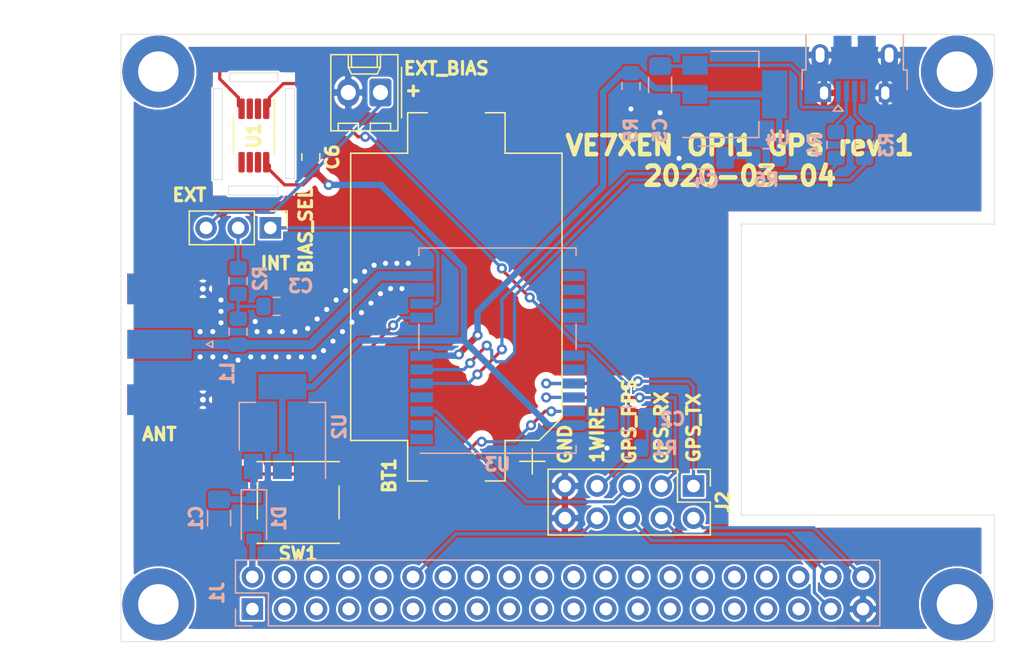
<source format=kicad_pcb>
(kicad_pcb (version 20171130) (host pcbnew 5.1.5)
  (title_block (title "VE7XEN orangepi-neo-gps") (date 2020-03-05) (rev 1))
  (layers (0 F.Cu signal) (31 B.Cu signal) (34 B.Paste user) (35 F.Paste user) (36 B.SilkS user) (37 F.SilkS user) (38 B.Mask user) (39 F.Mask user) (44 Edge.Cuts user))
  (net 0 "")
  (net 1 GND)
  (net 2 "Net-(BT1-Pad1)")
  (net 3 "Net-(C1-Pad1)")
  (net 4 "Net-(C3-Pad1)")
  (net 5 "Net-(C4-Pad1)")
  (net 6 "Net-(C5-Pad1)")
  (net 7 +5V)
  (net 8 "Net-(J1-Pad12)")
  (net 9 "Net-(J1-Pad37)")
  (net 10 "Net-(J1-Pad38)")
  (net 11 "Net-(J1-Pad40)")
  (net 12 /GPS_TX)
  (net 13 /GPS_RX)
  (net 14 /GPS_PPS)
  (net 15 /1WIRE)
  (net 16 "Net-(J3-Pad1)")
  (net 17 "Net-(J3-Pad2)")
  (net 18 "Net-(J3-Pad3)")
  (net 19 "Net-(J5-Pad2)")
  (net 20 "Net-(J5-Pad3)")
  (net 21 "Net-(J6-Pad1)")
  (net 22 +3V3)
  (net 23 "Net-(R3-Pad2)")
  (net 24 "Net-(R4-Pad2)")
  (net 25 "Net-(R5-Pad1)")
  (net 26 "Net-(SW1-Pad2)")
  (net 27 "Net-(C2-Pad2)")
  (module Battery:BatteryHolder_Keystone_1060_1x2032 (layer F.Cu) (at 51.5 45.75 90)
    (fp_text reference BT1 (at -14.125 -5.3 270) (layer F.SilkS) (effects (font (thickness 0.25))))
    (fp_text value Battery_Cell)
    (pad 2 smd rect (at 14.65 0 270) (size 2.6 3.6) (layers F.Cu F.Paste F.Mask) (net 1 GND))
    (pad 1 smd rect (at -14.65 0 270) (size 2.6 3.6) (layers F.Cu F.Paste F.Mask) (net 2 "Net-(BT1-Pad1)"))
  )
  (module Capacitor_SMD:C_1206_3216Metric_Pad1.42x1.75mm_HandSolder (layer B.Cu) (at 32.75 63.25 270)
    (fp_text reference C1 (at 0 1.82 90) (layer B.SilkS) (effects (font (thickness 0.25)) (justify mirror)))
    (fp_text value 10u)
    (pad 1 smd roundrect (at -1.4875 0 270) (size 1.425 1.75) (layers B.Cu B.Paste B.Mask) (roundrect_rratio 0.175439) (net 3 "Net-(C1-Pad1)"))
    (pad 2 smd roundrect (at 1.4875 0 270) (size 1.425 1.75) (layers B.Cu B.Paste B.Mask) (roundrect_rratio 0.175439) (net 1 GND))
  )
  (module Capacitor_SMD:C_1206_3216Metric_Pad1.42x1.75mm_HandSolder (layer B.Cu) (at 65.1 55.4)
    (fp_text reference C2 (at 3.5 0) (layer B.SilkS) (effects (font (thickness 0.25)) (justify mirror)))
    (fp_text value 10u)
    (pad 2 smd roundrect (at 1.4875 0) (size 1.425 1.75) (layers B.Cu B.Paste B.Mask) (roundrect_rratio 0.175439) (net 27 "Net-(C2-Pad2)"))
    (pad 1 smd roundrect (at -1.4875 0) (size 1.425 1.75) (layers B.Cu B.Paste B.Mask) (roundrect_rratio 0.175439) (net 22 +3V3))
  )
  (module Capacitor_SMD:C_0805_2012Metric_Pad1.15x1.40mm_HandSolder (layer B.Cu) (at 37.3 46.5)
    (fp_text reference C3 (at 1.9 -1.6) (layer B.SilkS) (effects (font (thickness 0.25)) (justify mirror)))
    (fp_text value 10n)
    (pad 1 smd roundrect (at -1.025 0) (size 1.15 1.4) (layers B.Cu B.Paste B.Mask) (roundrect_rratio 0.217391) (net 4 "Net-(C3-Pad1)"))
    (pad 2 smd roundrect (at 1.025 0) (size 1.15 1.4) (layers B.Cu B.Paste B.Mask) (roundrect_rratio 0.217391) (net 1 GND))
  )
  (module Capacitor_SMD:C_1206_3216Metric_Pad1.42x1.75mm_HandSolder (layer B.Cu) (at 71.25 34.75 180)
    (fp_text reference C4 (at 0 -1.85) (layer B.SilkS) (effects (font (thickness 0.25)) (justify mirror)))
    (fp_text value 10u)
    (pad 1 smd roundrect (at -1.4875 0 180) (size 1.425 1.75) (layers B.Cu B.Paste B.Mask) (roundrect_rratio 0.175439) (net 5 "Net-(C4-Pad1)"))
    (pad 2 smd roundrect (at 1.4875 0 180) (size 1.425 1.75) (layers B.Cu B.Paste B.Mask) (roundrect_rratio 0.175439) (net 1 GND))
  )
  (module Capacitor_SMD:C_1206_3216Metric_Pad1.42x1.75mm_HandSolder (layer B.Cu) (at 67.6 29 270)
    (fp_text reference C5 (at 3.6 0 90) (layer B.SilkS) (effects (font (thickness 0.25)) (justify mirror)))
    (fp_text value 10u)
    (pad 2 smd roundrect (at 1.4875 0 270) (size 1.425 1.75) (layers B.Cu B.Paste B.Mask) (roundrect_rratio 0.175439) (net 1 GND))
    (pad 1 smd roundrect (at -1.4875 0 270) (size 1.425 1.75) (layers B.Cu B.Paste B.Mask) (roundrect_rratio 0.175439) (net 6 "Net-(C5-Pad1)"))
  )
  (module Diode_SMD:D_SOD-123 (layer B.Cu) (at 35.5 63.25 270)
    (fp_text reference D1 (at 0 -2 90) (layer B.SilkS) (effects (font (thickness 0.25)) (justify mirror)))
    (fp_text value 1N4148W)
    (pad 1 smd rect (at -1.65 0 270) (size 0.9 1.2) (layers B.Cu B.Paste B.Mask) (net 3 "Net-(C1-Pad1)"))
    (pad 2 smd rect (at 1.65 0 270) (size 0.9 1.2) (layers B.Cu B.Paste B.Mask) (net 7 +5V))
  )
  (module MountingHole:MountingHole_3.2mm_M3_ISO7380_Pad (layer F.Cu) (at 27.95 27.95)
    (fp_text reference H1 hide)
    (fp_text value MountingHole)
    (pad 1 thru_hole circle (at 0 0) (size 5.7 5.7) (drill 3.2) (layers *.Cu *.Mask))
  )
  (module MountingHole:MountingHole_3.2mm_M3_ISO7380_Pad (layer F.Cu) (at 27.95 70.05)
    (fp_text reference H2 hide)
    (fp_text value MountingHole)
    (pad 1 thru_hole circle (at 0 0) (size 5.7 5.7) (drill 3.2) (layers *.Cu *.Mask))
  )
  (module MountingHole:MountingHole_3.2mm_M3_ISO7380_Pad (layer F.Cu) (at 91.062 27.95)
    (fp_text reference H3 hide)
    (fp_text value MountingHole)
    (pad 1 thru_hole circle (at 0 0) (size 5.7 5.7) (drill 3.2) (layers *.Cu *.Mask))
  )
  (module MountingHole:MountingHole_3.2mm_M3_ISO7380_Pad (layer F.Cu) (at 91.062 70.05)
    (fp_text reference H4 hide)
    (fp_text value MountingHole)
    (pad 1 thru_hole circle (at 0 0) (size 5.7 5.7) (drill 3.2) (layers *.Cu *.Mask))
  )
  (module Connector_PinSocket_2.54mm:PinSocket_2x20_P2.54mm_Vertical (layer B.Cu) (at 35.375 70.422 270)
    (fp_text reference J1 (at -1.27 2.77 90) (layer B.SilkS) (effects (font (thickness 0.25)) (justify mirror)))
    (fp_text value OPI)
    (pad 1 thru_hole rect (at 0 0 270) (size 1.7 1.7) (drill 1) (layers *.Cu *.Mask))
    (pad 2 thru_hole oval (at -2.54 0 270) (size 1.7 1.7) (drill 1) (layers *.Cu *.Mask) (net 7 +5V))
    (pad 3 thru_hole oval (at 0 -2.54 270) (size 1.7 1.7) (drill 1) (layers *.Cu *.Mask))
    (pad 4 thru_hole oval (at -2.54 -2.54 270) (size 1.7 1.7) (drill 1) (layers *.Cu *.Mask))
    (pad 5 thru_hole oval (at 0 -5.08 270) (size 1.7 1.7) (drill 1) (layers *.Cu *.Mask))
    (pad 6 thru_hole oval (at -2.54 -5.08 270) (size 1.7 1.7) (drill 1) (layers *.Cu *.Mask))
    (pad 7 thru_hole oval (at 0 -7.62 270) (size 1.7 1.7) (drill 1) (layers *.Cu *.Mask))
    (pad 8 thru_hole oval (at -2.54 -7.62 270) (size 1.7 1.7) (drill 1) (layers *.Cu *.Mask))
    (pad 9 thru_hole oval (at 0 -10.16 270) (size 1.7 1.7) (drill 1) (layers *.Cu *.Mask))
    (pad 10 thru_hole oval (at -2.54 -10.16 270) (size 1.7 1.7) (drill 1) (layers *.Cu *.Mask))
    (pad 11 thru_hole oval (at 0 -12.7 270) (size 1.7 1.7) (drill 1) (layers *.Cu *.Mask))
    (pad 12 thru_hole oval (at -2.54 -12.7 270) (size 1.7 1.7) (drill 1) (layers *.Cu *.Mask) (net 8 "Net-(J1-Pad12)"))
    (pad 13 thru_hole oval (at 0 -15.24 270) (size 1.7 1.7) (drill 1) (layers *.Cu *.Mask))
    (pad 14 thru_hole oval (at -2.54 -15.24 270) (size 1.7 1.7) (drill 1) (layers *.Cu *.Mask))
    (pad 15 thru_hole oval (at 0 -17.78 270) (size 1.7 1.7) (drill 1) (layers *.Cu *.Mask))
    (pad 16 thru_hole oval (at -2.54 -17.78 270) (size 1.7 1.7) (drill 1) (layers *.Cu *.Mask))
    (pad 17 thru_hole oval (at 0 -20.32 270) (size 1.7 1.7) (drill 1) (layers *.Cu *.Mask))
    (pad 18 thru_hole oval (at -2.54 -20.32 270) (size 1.7 1.7) (drill 1) (layers *.Cu *.Mask))
    (pad 19 thru_hole oval (at 0 -22.86 270) (size 1.7 1.7) (drill 1) (layers *.Cu *.Mask))
    (pad 20 thru_hole oval (at -2.54 -22.86 270) (size 1.7 1.7) (drill 1) (layers *.Cu *.Mask))
    (pad 21 thru_hole oval (at 0 -25.4 270) (size 1.7 1.7) (drill 1) (layers *.Cu *.Mask))
    (pad 22 thru_hole oval (at -2.54 -25.4 270) (size 1.7 1.7) (drill 1) (layers *.Cu *.Mask))
    (pad 23 thru_hole oval (at 0 -27.94 270) (size 1.7 1.7) (drill 1) (layers *.Cu *.Mask))
    (pad 24 thru_hole oval (at -2.54 -27.94 270) (size 1.7 1.7) (drill 1) (layers *.Cu *.Mask))
    (pad 25 thru_hole oval (at 0 -30.48 270) (size 1.7 1.7) (drill 1) (layers *.Cu *.Mask))
    (pad 26 thru_hole oval (at -2.54 -30.48 270) (size 1.7 1.7) (drill 1) (layers *.Cu *.Mask))
    (pad 27 thru_hole oval (at 0 -33.02 270) (size 1.7 1.7) (drill 1) (layers *.Cu *.Mask))
    (pad 28 thru_hole oval (at -2.54 -33.02 270) (size 1.7 1.7) (drill 1) (layers *.Cu *.Mask))
    (pad 29 thru_hole oval (at 0 -35.56 270) (size 1.7 1.7) (drill 1) (layers *.Cu *.Mask))
    (pad 30 thru_hole oval (at -2.54 -35.56 270) (size 1.7 1.7) (drill 1) (layers *.Cu *.Mask))
    (pad 31 thru_hole oval (at 0 -38.1 270) (size 1.7 1.7) (drill 1) (layers *.Cu *.Mask))
    (pad 32 thru_hole oval (at -2.54 -38.1 270) (size 1.7 1.7) (drill 1) (layers *.Cu *.Mask))
    (pad 33 thru_hole oval (at 0 -40.64 270) (size 1.7 1.7) (drill 1) (layers *.Cu *.Mask))
    (pad 34 thru_hole oval (at -2.54 -40.64 270) (size 1.7 1.7) (drill 1) (layers *.Cu *.Mask))
    (pad 35 thru_hole oval (at 0 -43.18 270) (size 1.7 1.7) (drill 1) (layers *.Cu *.Mask))
    (pad 36 thru_hole oval (at -2.54 -43.18 270) (size 1.7 1.7) (drill 1) (layers *.Cu *.Mask))
    (pad 37 thru_hole oval (at 0 -45.72 270) (size 1.7 1.7) (drill 1) (layers *.Cu *.Mask) (net 9 "Net-(J1-Pad37)"))
    (pad 38 thru_hole oval (at -2.54 -45.72 270) (size 1.7 1.7) (drill 1) (layers *.Cu *.Mask) (net 10 "Net-(J1-Pad38)"))
    (pad 39 thru_hole oval (at 0 -48.26 270) (size 1.7 1.7) (drill 1) (layers *.Cu *.Mask) (net 1 GND))
    (pad 40 thru_hole oval (at -2.54 -48.26 270) (size 1.7 1.7) (drill 1) (layers *.Cu *.Mask) (net 11 "Net-(J1-Pad40)"))
  )
  (module Connector_USB:USB_Micro-B_Amphenol_10103594-0001LF_Horizontal (layer B.Cu) (at 83 27.75)
    (fp_text reference J5 hide)
    (fp_text value USB_B_Micro)
    (pad 6 smd rect (at 2.725 -0.185) (size 1.35 2) (layers B.Cu B.Paste B.Mask) (net 1 GND))
    (pad 6 smd rect (at -2.755 -0.185) (size 1.35 2) (layers B.Cu B.Paste B.Mask) (net 1 GND))
    (pad 6 smd rect (at -2.975 0.565) (size 1.825 0.7) (layers B.Cu B.Paste B.Mask) (net 1 GND))
    (pad 6 smd rect (at 2.975 0.565) (size 1.825 0.7) (layers B.Cu B.Paste B.Mask) (net 1 GND))
    (pad 6 smd rect (at -2.875 1.865) (size 2 1.5) (layers B.Cu B.Paste B.Mask) (net 1 GND))
    (pad 6 smd rect (at 2.875 1.885) (size 2 1.5) (layers B.Cu B.Paste B.Mask) (net 1 GND))
    (pad 1 smd rect (at -1.325 1.765 270) (size 1.65 0.4) (layers B.Cu B.Paste B.Mask) (net 6 "Net-(C5-Pad1)"))
    (pad 2 smd rect (at -0.675 1.765 270) (size 1.65 0.4) (layers B.Cu B.Paste B.Mask) (net 19 "Net-(J5-Pad2)"))
    (pad 3 smd rect (at -0.025 1.765 270) (size 1.65 0.4) (layers B.Cu B.Paste B.Mask) (net 20 "Net-(J5-Pad3)"))
    (pad 4 smd rect (at 0.625 1.765 270) (size 1.65 0.4) (layers B.Cu B.Paste B.Mask))
    (pad 5 smd rect (at 1.275 1.765 270) (size 1.65 0.4) (layers B.Cu B.Paste B.Mask) (net 1 GND))
    (pad 6 thru_hole oval (at -2.445 1.885 270) (size 1.5 1.1) (drill oval 1.05 0.65) (layers *.Cu *.Mask) (net 1 GND))
    (pad 6 thru_hole oval (at 2.395 1.885 270) (size 1.5 1.1) (drill oval 1.05 0.65) (layers *.Cu *.Mask) (net 1 GND))
    (pad 6 thru_hole oval (at -2.755 -1.115 270) (size 1.7 1.35) (drill oval 1.2 0.7) (layers *.Cu *.Mask) (net 1 GND))
    (pad 6 thru_hole oval (at 2.705 -1.115 270) (size 1.7 1.35) (drill oval 1.2 0.7) (layers *.Cu *.Mask) (net 1 GND))
    (pad 6 smd rect (at -0.985 -1.385 270) (size 2.5 1.43) (layers B.Cu B.Paste B.Mask) (net 1 GND))
    (pad 6 smd rect (at 0.935 -1.385 270) (size 2.5 1.43) (layers B.Cu B.Paste B.Mask) (net 1 GND))
  )
  (module Connector_Coaxial:SMA_Molex_73251-1153_EdgeMount_Horizontal (layer B.Cu) (at 29.75 49.5)
    (fp_text reference J6 hide)
    (fp_text value ANT (at -1.72 7.11) (layer F.SilkS) (effects (font (thickness 0.25))))
    (pad 1 smd rect (at -1.72 0) (size 5.08 2.29) (layers B.Cu B.Paste B.Mask) (net 21 "Net-(J6-Pad1)"))
    (pad 2 smd rect (at -1.72 4.38) (size 5.08 2.42) (layers B.Cu B.Paste B.Mask) (net 1 GND))
    (pad 2 smd rect (at -1.72 -4.38) (size 5.08 2.42) (layers B.Cu B.Paste B.Mask) (net 1 GND))
    (pad 2 smd rect (at -1.72 4.38) (size 5.08 2.42) (layers F.Cu F.Paste F.Mask) (net 1 GND))
    (pad 2 smd rect (at -1.72 -4.38) (size 5.08 2.42) (layers F.Cu F.Paste F.Mask) (net 1 GND))
    (pad 2 thru_hole circle (at 1.72 4.38) (size 0.97 0.97) (drill 0.46) (layers *.Cu) (net 1 GND))
    (pad 2 thru_hole circle (at 1.72 -4.38) (size 0.97 0.97) (drill 0.46) (layers *.Cu) (net 1 GND))
    (pad 2 smd rect (at 1.27 4.38) (size 0.95 0.46) (layers B.Cu) (net 1 GND))
    (pad 2 smd rect (at 1.27 -4.38) (size 0.95 0.46) (layers B.Cu) (net 1 GND))
    (pad 2 smd rect (at 1.27 4.38) (size 0.95 0.46) (layers F.Cu) (net 1 GND))
    (pad 2 smd rect (at 1.27 -4.38) (size 0.95 0.46) (layers F.Cu) (net 1 GND))
  )
  (module Inductor_SMD:L_0805_2012Metric_Pad1.15x1.40mm_HandSolder (layer B.Cu) (at 34.25 48.5 270)
    (fp_text reference L1 (at 3.3 0.85 90) (layer B.SilkS) (effects (font (thickness 0.25)) (justify mirror)))
    (fp_text value 27n)
    (pad 1 smd roundrect (at -1.025 0 270) (size 1.15 1.4) (layers B.Cu B.Paste B.Mask) (roundrect_rratio 0.217391) (net 4 "Net-(C3-Pad1)"))
    (pad 2 smd roundrect (at 1.025 0 270) (size 1.15 1.4) (layers B.Cu B.Paste B.Mask) (roundrect_rratio 0.217391) (net 21 "Net-(J6-Pad1)"))
  )
  (module Resistor_SMD:R_0805_2012Metric_Pad1.15x1.40mm_HandSolder (layer B.Cu) (at 65.1 57.7 180)
    (fp_text reference R1 (at -2.9 0 180) (layer B.SilkS) (effects (font (thickness 0.25)) (justify mirror)))
    (fp_text value 1)
    (pad 2 smd roundrect (at 1.025 0 180) (size 1.15 1.4) (layers B.Cu B.Paste B.Mask) (roundrect_rratio 0.217391) (net 1 GND))
    (pad 1 smd roundrect (at -1.025 0 180) (size 1.15 1.4) (layers B.Cu B.Paste B.Mask) (roundrect_rratio 0.217391) (net 27 "Net-(C2-Pad2)"))
  )
  (module Resistor_SMD:R_0805_2012Metric_Pad1.15x1.40mm_HandSolder (layer B.Cu) (at 34.25 44.5 270)
    (fp_text reference R2 (at -0.2 -1.75 90) (layer B.SilkS) (effects (font (thickness 0.25)) (justify mirror)))
    (fp_text value 10)
    (pad 1 smd roundrect (at -1.025 0 270) (size 1.15 1.4) (layers B.Cu B.Paste B.Mask) (roundrect_rratio 0.217391) (net 17 "Net-(J3-Pad2)"))
    (pad 2 smd roundrect (at 1.025 0 270) (size 1.15 1.4) (layers B.Cu B.Paste B.Mask) (roundrect_rratio 0.217391) (net 4 "Net-(C3-Pad1)"))
  )
  (module Resistor_SMD:R_0805_2012Metric_Pad1.15x1.40mm_HandSolder (layer B.Cu) (at 83.75 33.75 270)
    (fp_text reference R3 (at 0 -1.75 90) (layer B.SilkS) (effects (font (thickness 0.25)) (justify mirror)))
    (fp_text value 27)
    (pad 1 smd roundrect (at -1.025 0 270) (size 1.15 1.4) (layers B.Cu B.Paste B.Mask) (roundrect_rratio 0.217391) (net 20 "Net-(J5-Pad3)"))
    (pad 2 smd roundrect (at 1.025 0 270) (size 1.15 1.4) (layers B.Cu B.Paste B.Mask) (roundrect_rratio 0.217391) (net 23 "Net-(R3-Pad2)"))
  )
  (module Resistor_SMD:R_0805_2012Metric_Pad1.15x1.40mm_HandSolder (layer B.Cu) (at 81.5 33.75 270)
    (fp_text reference R4 (at 0 1.65 90) (layer B.SilkS) (effects (font (thickness 0.25)) (justify mirror)))
    (fp_text value 27)
    (pad 2 smd roundrect (at 1.025 0 270) (size 1.15 1.4) (layers B.Cu B.Paste B.Mask) (roundrect_rratio 0.217391) (net 24 "Net-(R4-Pad2)"))
    (pad 1 smd roundrect (at -1.025 0 270) (size 1.15 1.4) (layers B.Cu B.Paste B.Mask) (roundrect_rratio 0.217391) (net 19 "Net-(J5-Pad2)"))
  )
  (module Resistor_SMD:R_0805_2012Metric_Pad1.15x1.40mm_HandSolder (layer B.Cu) (at 65.3 29.1 270)
    (fp_text reference R5 (at 3.5 0 90) (layer B.SilkS) (effects (font (thickness 0.25)) (justify mirror)))
    (fp_text value 100k)
    (pad 2 smd roundrect (at 1.025 0 270) (size 1.15 1.4) (layers B.Cu B.Paste B.Mask) (roundrect_rratio 0.217391) (net 1 GND))
    (pad 1 smd roundrect (at -1.025 0 270) (size 1.15 1.4) (layers B.Cu B.Paste B.Mask) (roundrect_rratio 0.217391) (net 25 "Net-(R5-Pad1)"))
  )
  (module Resistor_SMD:R_0805_2012Metric_Pad1.15x1.40mm_HandSolder (layer B.Cu) (at 76 34.75 180)
    (fp_text reference R6 (at 0 -1.75) (layer B.SilkS) (effects (font (thickness 0.25)) (justify mirror)))
    (fp_text value 1)
    (pad 1 smd roundrect (at -1.025 0 180) (size 1.15 1.4) (layers B.Cu B.Paste B.Mask) (roundrect_rratio 0.217391) (net 25 "Net-(R5-Pad1)"))
    (pad 2 smd roundrect (at 1.025 0 180) (size 1.15 1.4) (layers B.Cu B.Paste B.Mask) (roundrect_rratio 0.217391) (net 5 "Net-(C4-Pad1)"))
  )
  (module Button_Switch_SMD:SW_Push_1P1T_NO_6x6mm_H9.5mm (layer F.Cu) (at 39 62 180)
    (fp_text reference SW1 (at 0 -4.05) (layer F.SilkS) (effects (font (thickness 0.25))))
    (fp_text value RESET)
    (pad 2 smd rect (at -3.975 2.25 180) (size 1.55 1.3) (layers F.Cu F.Paste F.Mask) (net 26 "Net-(SW1-Pad2)"))
    (pad 1 smd rect (at -3.975 -2.25 180) (size 1.55 1.3) (layers F.Cu F.Paste F.Mask) (net 1 GND))
    (pad 1 smd rect (at 3.975 -2.25 180) (size 1.55 1.3) (layers F.Cu F.Paste F.Mask) (net 1 GND))
    (pad 2 smd rect (at 3.975 2.25 180) (size 1.55 1.3) (layers F.Cu F.Paste F.Mask) (net 26 "Net-(SW1-Pad2)"))
  )
  (module Package_SO:MSOP-8_3x3mm_P0.65mm (layer F.Cu) (at 35.5 33 270)
    (fp_text reference U1 (at 0 0 90) (layer F.SilkS) (effects (font (thickness 0.25))))
    (fp_text value DS18B20U)
    (pad 1 smd roundrect (at -2.1125 -0.975 270) (size 1.625 0.5) (layers F.Cu F.Paste F.Mask) (net 15 /1WIRE))
    (pad 2 smd roundrect (at -2.1125 -0.325 270) (size 1.625 0.5) (layers F.Cu F.Paste F.Mask))
    (pad 3 smd roundrect (at -2.1125 0.325 270) (size 1.625 0.5) (layers F.Cu F.Paste F.Mask))
    (pad 4 smd roundrect (at -2.1125 0.975 270) (size 1.625 0.5) (layers F.Cu F.Paste F.Mask) (net 1 GND))
    (pad 5 smd roundrect (at 2.1125 0.975 270) (size 1.625 0.5) (layers F.Cu F.Paste F.Mask))
    (pad 6 smd roundrect (at 2.1125 0.325 270) (size 1.625 0.5) (layers F.Cu F.Paste F.Mask))
    (pad 7 smd roundrect (at 2.1125 -0.325 270) (size 1.625 0.5) (layers F.Cu F.Paste F.Mask))
    (pad 8 smd roundrect (at 2.1125 -0.975 270) (size 1.625 0.5) (layers F.Cu F.Paste F.Mask) (net 22 +3V3))
  )
  (module Package_TO_SOT_SMD:SOT-223-3_TabPin2 (layer B.Cu) (at 37.75 56 90)
    (fp_text reference U2 (at 0 4.5 90) (layer B.SilkS) (effects (font (thickness 0.25)) (justify mirror)))
    (fp_text value TLV1117-33)
    (pad 1 smd rect (at -3.15 2.3 90) (size 2 1.5) (layers B.Cu B.Paste B.Mask) (net 1 GND))
    (pad 3 smd rect (at -3.15 -2.3 90) (size 2 1.5) (layers B.Cu B.Paste B.Mask) (net 3 "Net-(C1-Pad1)"))
    (pad 2 smd rect (at -3.15 0 90) (size 2 1.5) (layers B.Cu B.Paste B.Mask) (net 22 +3V3))
    (pad 2 smd rect (at 3.15 0 90) (size 2 3.8) (layers B.Cu B.Paste B.Mask) (net 22 +3V3))
  )
  (module RF_GPS:ublox_NEO (layer B.Cu) (at 54.75 50)
    (fp_text reference U3 (at 0 9) (layer B.SilkS) (effects (font (thickness 0.25)) (justify mirror)))
    (fp_text value NEO-M8T)
    (pad 1 smd rect (at -6 7) (size 1.8 0.8) (layers B.Cu B.Paste B.Mask))
    (pad 2 smd rect (at -6 5.9) (size 1.8 0.8) (layers B.Cu B.Paste B.Mask))
    (pad 3 smd rect (at -6 4.8) (size 1.8 0.8) (layers B.Cu B.Paste B.Mask) (net 14 /GPS_PPS))
    (pad 4 smd rect (at -6 3.7) (size 1.8 0.8) (layers B.Cu B.Paste B.Mask))
    (pad 5 smd rect (at -6 2.6) (size 1.8 0.8) (layers B.Cu B.Paste B.Mask) (net 24 "Net-(R4-Pad2)"))
    (pad 6 smd rect (at -6 1.5) (size 1.8 0.8) (layers B.Cu B.Paste B.Mask) (net 23 "Net-(R3-Pad2)"))
    (pad 7 smd rect (at -6 0.4) (size 1.8 0.8) (layers B.Cu B.Paste B.Mask) (net 25 "Net-(R5-Pad1)"))
    (pad 8 smd rect (at -6 -2.6) (size 1.8 0.8) (layers B.Cu B.Paste B.Mask) (net 26 "Net-(SW1-Pad2)"))
    (pad 9 smd rect (at -6 -3.7) (size 1.8 0.8) (layers B.Cu B.Paste B.Mask) (net 16 "Net-(J3-Pad1)"))
    (pad 10 smd rect (at -6 -4.8) (size 1.8 0.8) (layers B.Cu B.Paste B.Mask) (net 1 GND))
    (pad 11 smd rect (at -6 -5.9) (size 1.8 0.8) (layers B.Cu B.Paste B.Mask) (net 21 "Net-(J6-Pad1)"))
    (pad 12 smd rect (at -6 -7) (size 1.8 0.8) (layers B.Cu B.Paste B.Mask) (net 1 GND))
    (pad 13 smd rect (at 6 -7) (size 1.8 0.8) (layers B.Cu B.Paste B.Mask) (net 1 GND))
    (pad 14 smd rect (at 6 -5.9) (size 1.8 0.8) (layers B.Cu B.Paste B.Mask))
    (pad 15 smd rect (at 6 -4.8) (size 1.8 0.8) (layers B.Cu B.Paste B.Mask))
    (pad 16 smd rect (at 6 -3.7) (size 1.8 0.8) (layers B.Cu B.Paste B.Mask))
    (pad 17 smd rect (at 6 -2.6) (size 1.8 0.8) (layers B.Cu B.Paste B.Mask))
    (pad 18 smd rect (at 6 0.4) (size 1.8 0.8) (layers B.Cu B.Paste B.Mask))
    (pad 19 smd rect (at 6 1.5) (size 1.8 0.8) (layers B.Cu B.Paste B.Mask))
    (pad 20 smd rect (at 6 2.6) (size 1.8 0.8) (layers B.Cu B.Paste B.Mask) (net 12 /GPS_TX))
    (pad 21 smd rect (at 6 3.7) (size 1.8 0.8) (layers B.Cu B.Paste B.Mask) (net 13 /GPS_RX))
    (pad 22 smd rect (at 6 4.8) (size 1.8 0.8) (layers B.Cu B.Paste B.Mask) (net 2 "Net-(BT1-Pad1)"))
    (pad 23 connect rect (at 6 5.9) (size 1.8 0.8) (layers B.Cu B.Mask) (net 22 +3V3))
    (pad 24 smd rect (at 6 7) (size 1.8 0.8) (layers B.Cu B.Paste B.Mask) (net 1 GND))
  )
  (module Package_TO_SOT_SMD:SOT-223-3_TabPin2 (layer B.Cu) (at 73.5 29.75)
    (fp_text reference U4 (at 3.4 3.45) (layer B.SilkS) (effects (font (thickness 0.25)) (justify mirror)))
    (fp_text value TLV1117-33)
    (pad 2 smd rect (at 3.15 0) (size 2 3.8) (layers B.Cu B.Paste B.Mask) (net 25 "Net-(R5-Pad1)"))
    (pad 2 smd rect (at -3.15 0) (size 2 1.5) (layers B.Cu B.Paste B.Mask) (net 25 "Net-(R5-Pad1)"))
    (pad 3 smd rect (at -3.15 -2.3) (size 2 1.5) (layers B.Cu B.Paste B.Mask) (net 6 "Net-(C5-Pad1)"))
    (pad 1 smd rect (at -3.15 2.3) (size 2 1.5) (layers B.Cu B.Paste B.Mask) (net 1 GND))
  )
  (module Capacitor_SMD:C_0805_2012Metric_Pad1.15x1.40mm_HandSolder (layer F.Cu) (at 40 34.7 90)
    (fp_text reference C6 (at 0 1.7 90) (layer F.SilkS) (effects (font (thickness 0.25))))
    (fp_text value 100n)
    (pad 1 smd roundrect (at -1.025 0 90) (size 1.15 1.4) (layers F.Cu F.Paste F.Mask) (roundrect_rratio 0.217391) (net 22 +3V3))
    (pad 2 smd roundrect (at 1.025 0 90) (size 1.15 1.4) (layers F.Cu F.Paste F.Mask) (roundrect_rratio 0.217391) (net 1 GND))
  )
  (module Connector_PinHeader_2.54mm:PinHeader_1x03_P2.54mm_Vertical (layer F.Cu) (at 36.8 40.3 270)
    (fp_text reference J3 hide)
    (fp_text value BIAS_SEL (at 0.2 -2.8 90) (layer F.SilkS) (effects (font (thickness 0.25))))
    (pad 1 thru_hole rect (at 0 0 270) (size 1.7 1.7) (drill 1) (layers *.Cu *.Mask) (net 16 "Net-(J3-Pad1)"))
    (pad 2 thru_hole oval (at 0 2.54 270) (size 1.7 1.7) (drill 1) (layers *.Cu *.Mask) (net 17 "Net-(J3-Pad2)"))
    (pad 3 thru_hole oval (at 0 5.08 270) (size 1.7 1.7) (drill 1) (layers *.Cu *.Mask) (net 18 "Net-(J3-Pad3)"))
  )
  (module Connector_Molex:Molex_KK-254_AE-6410-02A_1x02_P2.54mm_Vertical (layer F.Cu) (at 45.5 29.6 180)
    (fp_text reference J4 hide)
    (fp_text value EXT_BIAS (at -5.2 1.9) (layer F.SilkS) (effects (font (thickness 0.25))))
    (pad 1 thru_hole roundrect (at 0 0 180) (size 1.74 2.2) (drill 1.2) (layers *.Cu *.Mask) (roundrect_rratio 0.143678) (net 18 "Net-(J3-Pad3)"))
    (pad 2 thru_hole oval (at 2.54 0 180) (size 1.74 2.2) (drill 1.2) (layers *.Cu *.Mask) (net 1 GND))
  )
  (module Connector_PinHeader_2.54mm:PinHeader_2x05_P2.54mm_Vertical (layer F.Cu) (at 70.24 60.7 270)
    (fp_text reference J2 (at 1.27 -2.33 90) (layer F.SilkS) (effects (font (thickness 0.25))))
    (fp_text value OUT_SEL)
    (pad 1 thru_hole rect (at 0 0 270) (size 1.7 1.7) (drill 1) (layers *.Cu *.Mask) (net 12 /GPS_TX))
    (pad 2 thru_hole oval (at 2.54 0 270) (size 1.7 1.7) (drill 1) (layers *.Cu *.Mask) (net 11 "Net-(J1-Pad40)"))
    (pad 3 thru_hole oval (at 0 2.54 270) (size 1.7 1.7) (drill 1) (layers *.Cu *.Mask) (net 13 /GPS_RX))
    (pad 4 thru_hole oval (at 2.54 2.54 270) (size 1.7 1.7) (drill 1) (layers *.Cu *.Mask) (net 10 "Net-(J1-Pad38)"))
    (pad 5 thru_hole oval (at 0 5.08 270) (size 1.7 1.7) (drill 1) (layers *.Cu *.Mask) (net 14 /GPS_PPS))
    (pad 6 thru_hole oval (at 2.54 5.08 270) (size 1.7 1.7) (drill 1) (layers *.Cu *.Mask) (net 9 "Net-(J1-Pad37)"))
    (pad 7 thru_hole oval (at 0 7.62 270) (size 1.7 1.7) (drill 1) (layers *.Cu *.Mask) (net 15 /1WIRE))
    (pad 8 thru_hole oval (at 2.54 7.62 270) (size 1.7 1.7) (drill 1) (layers *.Cu *.Mask) (net 8 "Net-(J1-Pad12)"))
    (pad 9 thru_hole oval (at 0 10.16 270) (size 1.7 1.7) (drill 1) (layers *.Cu *.Mask) (net 1 GND))
    (pad 10 thru_hole oval (at 2.54 10.16 270) (size 1.7 1.7) (drill 1) (layers *.Cu *.Mask) (net 1 GND))
  )
  (gr_line (start 33.5 37.7) (end 33.5 37) (layer Edge.Cuts) (width 0.05))
  (gr_line (start 37.4 37.7) (end 37.4 37) (layer Edge.Cuts) (width 0.05))
  (gr_line (start 37.4 37.7) (end 33.5 37.7) (layer Edge.Cuts) (width 0.05))
  (gr_line (start 38 36.4) (end 38.7 36.4) (layer Edge.Cuts) (width 0.05))
  (gr_line (start 38 29.3) (end 38.7 29.3) (layer Edge.Cuts) (width 0.05))
  (gr_line (start 38.7 29.3) (end 38.7 36.4) (layer Edge.Cuts) (width 0.05))
  (gr_line (start 33.6 28.05) (end 37.4 28.05) (layer Edge.Cuts) (width 0.05))
  (gr_line (start 37.4 28.05) (end 37.4 28.75) (layer Edge.Cuts) (width 0.05))
  (gr_line (start 33.6 28.75) (end 33.6 28.05) (layer Edge.Cuts) (width 0.05))
  (gr_line (start 32.3 36.5) (end 32.3 29.3) (layer Edge.Cuts) (width 0.05))
  (gr_line (start 33 29.3) (end 32.3 29.3) (layer Edge.Cuts) (width 0.05))
  (gr_line (start 33 36.5) (end 32.3 36.5) (layer Edge.Cuts) (width 0.05))
  (gr_line (start 38 36.4) (end 38 29.3) (layer Edge.Cuts) (width 0.05))
  (gr_text "VE7XEN OPI1 GPS rev 1\n2020-03-04" (at 73.9 35) (layer F.SilkS) (effects (font (size 1.5 1.5) (thickness 0.375))))
  (gr_text + (at 48.1 29.4) (layer F.SilkS) (effects (font (size 1 1) (thickness 0.25))))
  (gr_text EXT (at 30.4 37.7) (layer F.SilkS) (effects (font (size 1 1) (thickness 0.25))))
  (gr_text INT (at 37.2 43.1) (layer F.SilkS) (effects (font (size 1 1) (thickness 0.25))))
  (gr_text GND (at 60.09 57.4 90) (layer F.SilkS) (effects (font (size 1 1) (thickness 0.25))))
  (gr_text 1WIRE (at 62.63 56.6 90) (layer F.SilkS) (effects (font (size 1 1) (thickness 0.25))))
  (gr_text GPS_PPS (at 65.17 55.6 90) (layer F.SilkS) (effects (font (size 1 1) (thickness 0.25))))
  (gr_text GPS_RX (at 67.71 56.1 90) (layer F.SilkS) (effects (font (size 1 1) (thickness 0.25))))
  (gr_text GPS_TX (at 70.25 56.1 90) (layer F.SilkS) (effects (font (size 1 1) (thickness 0.25))))
  (gr_line (start 74.012 63) (end 94.012 63) (layer Edge.Cuts) (width 0.05))
  (gr_line (start 74.012 40) (end 74.012 63) (layer Edge.Cuts) (width 0.05))
  (gr_line (start 94.012 40) (end 74.012 40) (layer Edge.Cuts) (width 0.05))
  (gr_line (start 94.012 40) (end 94.012 25) (layer Edge.Cuts) (width 0.05))
  (gr_line (start 94.012 73) (end 94.012 63) (layer Edge.Cuts) (width 0.05))
  (gr_line (start 33.5 37) (end 37.4 37) (layer Edge.Cuts) (width 0.05))
  (gr_line (start 33 29.3) (end 33 36.5) (layer Edge.Cuts) (width 0.05))
  (gr_line (start 37.4 28.75) (end 33.6 28.75) (layer Edge.Cuts) (width 0.05))
  (gr_line (start 25 73) (end 94.012 73) (layer Edge.Cuts) (width 0.05))
  (gr_line (start 25 25) (end 25 73) (layer Edge.Cuts) (width 0.05))
  (gr_line (start 25 25) (end 94.012 25) (layer Edge.Cuts) (width 0.05))
  (via (at 69.1 34.8) (size 0.8) (drill 0.4) (layers F.Cu B.Cu) (net 1))
  (via (at 31.25 50.5) (size 0.8) (drill 0.4) (layers F.Cu B.Cu) (net 1))
  (via (at 32.25 50.5) (size 0.8) (drill 0.4) (layers F.Cu B.Cu) (net 1))
  (via (at 33.25 50.5) (size 0.8) (drill 0.4) (layers F.Cu B.Cu) (net 1))
  (via (at 34.25 50.75) (size 0.8) (drill 0.4) (layers F.Cu B.Cu) (net 1))
  (via (at 35.25 50.5) (size 0.8) (drill 0.4) (layers F.Cu B.Cu) (net 1))
  (via (at 36.25 50.5) (size 0.8) (drill 0.4) (layers F.Cu B.Cu) (net 1))
  (via (at 37.25 50.5) (size 0.8) (drill 0.4) (layers F.Cu B.Cu) (net 1))
  (via (at 38.25 50.5) (size 0.8) (drill 0.4) (layers F.Cu B.Cu) (net 1))
  (via (at 39.25 50.5) (size 0.8) (drill 0.4) (layers F.Cu B.Cu) (net 1))
  (via (at 40.25 50.5) (size 0.8) (drill 0.4) (layers F.Cu B.Cu) (net 1))
  (via (at 41 50) (size 0.8) (drill 0.4) (layers F.Cu B.Cu) (net 1))
  (via (at 41.75 49.25) (size 0.8) (drill 0.4) (layers F.Cu B.Cu) (net 1))
  (via (at 42.5 48.5) (size 0.8) (drill 0.4) (layers F.Cu B.Cu) (net 1))
  (via (at 43.25 47.75) (size 0.8) (drill 0.4) (layers F.Cu B.Cu) (net 1))
  (via (at 44 47) (size 0.8) (drill 0.4) (layers F.Cu B.Cu) (net 1))
  (via (at 44.75 46.25) (size 0.8) (drill 0.4) (layers F.Cu B.Cu) (net 1))
  (via (at 45.5 45.5) (size 0.8) (drill 0.4) (layers F.Cu B.Cu) (net 1))
  (via (at 31.25 48.5) (size 0.8) (drill 0.4) (layers F.Cu B.Cu) (net 1))
  (via (at 32.25 48.5) (size 0.8) (drill 0.4) (layers F.Cu B.Cu) (net 1))
  (via (at 35.75 48.5) (size 0.8) (drill 0.4) (layers F.Cu B.Cu) (net 1))
  (via (at 36.75 48.5) (size 0.8) (drill 0.4) (layers F.Cu B.Cu) (net 1))
  (via (at 37.75 48.5) (size 0.8) (drill 0.4) (layers F.Cu B.Cu) (net 1))
  (via (at 38.75 48.5) (size 0.8) (drill 0.4) (layers F.Cu B.Cu) (net 1))
  (via (at 39.75 48.25) (size 0.8) (drill 0.4) (layers F.Cu B.Cu) (net 1))
  (via (at 40.5 47.5) (size 0.8) (drill 0.4) (layers F.Cu B.Cu) (net 1))
  (via (at 41.25 46.75) (size 0.8) (drill 0.4) (layers F.Cu B.Cu) (net 1))
  (via (at 42 46) (size 0.8) (drill 0.4) (layers F.Cu B.Cu) (net 1))
  (via (at 42.75 45.25) (size 0.8) (drill 0.4) (layers F.Cu B.Cu) (net 1))
  (via (at 43.5 44.5) (size 0.8) (drill 0.4) (layers F.Cu B.Cu) (net 1))
  (via (at 44.25 43.75) (size 0.8) (drill 0.4) (layers F.Cu B.Cu) (net 1))
  (via (at 45 43.25) (size 0.8) (drill 0.4) (layers F.Cu B.Cu) (net 1))
  (via (at 46.3 45.1) (size 0.8) (drill 0.4) (layers F.Cu B.Cu) (net 1))
  (via (at 47.2 45.1) (size 0.8) (drill 0.4) (layers F.Cu B.Cu) (net 1))
  (via (at 45.9 43.1) (size 0.8) (drill 0.4) (layers F.Cu B.Cu) (net 1))
  (via (at 46.8 43.1) (size 0.8) (drill 0.4) (layers F.Cu B.Cu) (net 1))
  (via (at 47.7 43.1) (size 0.8) (drill 0.4) (layers F.Cu B.Cu) (net 1))
  (segment (start 42.114 27.3) (end 42.96 28.146) (width 0.254) (layer F.Cu) (net 1))
  (segment (start 34.275 30.6375) (end 34.275 29.999184) (width 0.254) (layer F.Cu) (net 1))
  (segment (start 34.525 30.8875) (end 34.275 30.6375) (width 0.254) (layer F.Cu) (net 1))
  (segment (start 34.275 29.999184) (end 32.8 28.524184) (width 0.254) (layer F.Cu) (net 1))
  (segment (start 42.96 28.146) (end 42.96 29.5) (width 0.254) (layer F.Cu) (net 1))
  (segment (start 32.8 28.524184) (end 32.8 27.6) (width 0.254) (layer F.Cu) (net 1))
  (segment (start 32.8 27.6) (end 33.1 27.3) (width 0.254) (layer F.Cu) (net 1))
  (segment (start 33.1 27.3) (end 42.114 27.3) (width 0.254) (layer F.Cu) (net 1))
  (segment (start 82.015 26.365) (end 83.935 26.365) (width 0.254) (layer B.Cu) (net 1))
  (segment (start 85.829 27.565) (end 85.725 27.565) (width 0.254) (layer B.Cu) (net 1))
  (segment (start 80.245 27.565) (end 85.829 27.565) (width 0.254) (layer B.Cu) (net 1))
  (segment (start 81.745 26.635) (end 82.015 26.365) (width 0.254) (layer B.Cu) (net 1))
  (segment (start 80.245 26.635) (end 81.745 26.635) (width 0.254) (layer B.Cu) (net 1))
  (segment (start 84.205 26.635) (end 83.935 26.365) (width 0.254) (layer B.Cu) (net 1))
  (segment (start 85.705 26.635) (end 84.205 26.635) (width 0.254) (layer B.Cu) (net 1))
  (via (at 63.4 57.7) (size 0.8) (drill 0.4) (layers F.Cu B.Cu) (net 1))
  (via (at 67.6 31.2) (size 0.8) (drill 0.4) (layers F.Cu B.Cu) (net 1))
  (via (at 65.3 30.9) (size 0.8) (drill 0.4) (layers F.Cu B.Cu) (net 1))
  (via (at 32.9 47.8) (size 0.8) (drill 0.4) (layers F.Cu B.Cu) (net 1))
  (via (at 32.9 46.9) (size 0.8) (drill 0.4) (layers F.Cu B.Cu) (net 1))
  (via (at 32.9 46) (size 0.8) (drill 0.4) (layers F.Cu B.Cu) (net 1))
  (via (at 35.6 47.7) (size 0.8) (drill 0.4) (layers F.Cu B.Cu) (net 1))
  (via (at 59 54.8) (size 0.8) (drill 0.4) (layers F.Cu B.Cu) (net 2))
  (segment (start 60.75 54.8) (end 59 54.8) (width 0.254) (layer B.Cu) (net 2))
  (via (at 57.4 55.9) (size 0.8) (drill 0.4) (layers F.Cu B.Cu) (net 2))
  (segment (start 59 54.8) (end 58.5 54.8) (width 0.254) (layer F.Cu) (net 2))
  (segment (start 58.5 54.8) (end 57.4 55.9) (width 0.254) (layer F.Cu) (net 2))
  (via (at 53.5 57.2) (size 0.8) (drill 0.4) (layers F.Cu B.Cu) (net 2))
  (segment (start 57.4 55.9) (end 56.1 57.2) (width 0.254) (layer B.Cu) (net 2))
  (segment (start 56.1 57.2) (end 53.5 57.2) (width 0.254) (layer B.Cu) (net 2))
  (segment (start 51.5 60.4) (end 51.5 58.846) (width 0.254) (layer F.Cu) (net 2))
  (segment (start 53.146 57.2) (end 53.5 57.2) (width 0.254) (layer F.Cu) (net 2))
  (segment (start 51.5 58.846) (end 53.146 57.2) (width 0.254) (layer F.Cu) (net 2))
  (segment (start 35.45 61.55) (end 35.5 61.6) (width 0.508) (layer B.Cu) (net 3))
  (segment (start 35.45 59.15) (end 35.45 61.55) (width 0.508) (layer B.Cu) (net 3))
  (segment (start 35.3375 61.7625) (end 35.5 61.6) (width 0.508) (layer B.Cu) (net 3))
  (segment (start 32.75 61.7625) (end 35.3375 61.7625) (width 0.508) (layer B.Cu) (net 3))
  (segment (start 34.25 46.55) (end 34.3 46.5) (width 0.254) (layer B.Cu) (net 4))
  (segment (start 34.3 46.5) (end 36.275 46.5) (width 0.254) (layer B.Cu) (net 4))
  (segment (start 34.25 47.475) (end 34.25 46.55) (width 0.254) (layer B.Cu) (net 4))
  (segment (start 34.25 46.55) (end 34.25 45.525) (width 0.254) (layer B.Cu) (net 4))
  (segment (start 74.975 34.75) (end 72.7375 34.75) (width 0.254) (layer B.Cu) (net 5))
  (segment (start 70.3 27.5) (end 70.35 27.45) (width 0.254) (layer B.Cu) (net 6))
  (segment (start 77.935802 27.45) (end 78.731499 28.245697) (width 0.254) (layer B.Cu) (net 6))
  (segment (start 70.35 27.45) (end 77.935802 27.45) (width 0.254) (layer B.Cu) (net 6))
  (segment (start 78.731499 30.657301) (end 78.840208 30.76601) (width 0.254) (layer B.Cu) (net 6))
  (segment (start 78.731499 28.245697) (end 78.731499 30.657301) (width 0.254) (layer B.Cu) (net 6))
  (segment (start 81.50299 30.76601) (end 81.675 30.594) (width 0.254) (layer B.Cu) (net 6))
  (segment (start 81.675 30.594) (end 81.675 29.515) (width 0.254) (layer B.Cu) (net 6))
  (segment (start 78.840208 30.76601) (end 81.50299 30.76601) (width 0.254) (layer B.Cu) (net 6))
  (segment (start 70.2875 27.5125) (end 70.35 27.45) (width 0.254) (layer B.Cu) (net 6))
  (segment (start 67.6 27.5125) (end 70.2875 27.5125) (width 0.254) (layer B.Cu) (net 6))
  (segment (start 35.375 65.025) (end 35.5 64.9) (width 0.508) (layer B.Cu) (net 7))
  (segment (start 35.375 67.882) (end 35.375 65.025) (width 0.508) (layer B.Cu) (net 7))
  (segment (start 61.378999 64.481001) (end 62.62 63.24) (width 0.254) (layer B.Cu) (net 8))
  (segment (start 48.075 67.882) (end 51.475999 64.481001) (width 0.254) (layer B.Cu) (net 8))
  (segment (start 51.475999 64.481001) (end 61.378999 64.481001) (width 0.254) (layer B.Cu) (net 8))
  (segment (start 77.510586 65.016022) (end 66.936022 65.016022) (width 0.254) (layer B.Cu) (net 9))
  (segment (start 81.095 70.422) (end 79.786001 69.113001) (width 0.254) (layer B.Cu) (net 9))
  (segment (start 66.936022 65.016022) (end 65.16 63.24) (width 0.254) (layer B.Cu) (net 9))
  (segment (start 79.786001 67.291437) (end 77.510586 65.016022) (width 0.254) (layer B.Cu) (net 9))
  (segment (start 79.786001 69.113001) (end 79.786001 67.291437) (width 0.254) (layer B.Cu) (net 9))
  (segment (start 68.968011 64.508011) (end 67.7 63.24) (width 0.254) (layer B.Cu) (net 10))
  (segment (start 81.095 67.882) (end 77.721011 64.508011) (width 0.254) (layer B.Cu) (net 10))
  (segment (start 77.721011 64.508011) (end 68.968011 64.508011) (width 0.254) (layer B.Cu) (net 10))
  (segment (start 71 64) (end 70.24 63.24) (width 0.254) (layer B.Cu) (net 11))
  (segment (start 83.635 67.882) (end 79.753 64) (width 0.254) (layer B.Cu) (net 11))
  (segment (start 79.753 64) (end 71 64) (width 0.254) (layer B.Cu) (net 11))
  (via (at 58.6 52.6) (size 0.8) (drill 0.4) (layers F.Cu B.Cu) (net 12))
  (segment (start 60.75 52.6) (end 58.6 52.6) (width 0.254) (layer B.Cu) (net 12))
  (via (at 65.844922 52.423682) (size 0.8) (drill 0.4) (layers F.Cu B.Cu) (net 12))
  (segment (start 65.668604 52.6) (end 65.844922 52.423682) (width 0.254) (layer F.Cu) (net 12))
  (segment (start 58.6 52.6) (end 65.668604 52.6) (width 0.254) (layer F.Cu) (net 12))
  (segment (start 69.823682 52.423682) (end 65.844922 52.423682) (width 0.254) (layer B.Cu) (net 12))
  (segment (start 70.24 52.84) (end 70.24 60.7) (width 0.254) (layer B.Cu) (net 12))
  (segment (start 69.823682 52.423682) (end 70.24 52.84) (width 0.254) (layer B.Cu) (net 12))
  (via (at 58.6 53.7) (size 0.8) (drill 0.4) (layers F.Cu B.Cu) (net 13))
  (segment (start 58.6 53.7) (end 60.75 53.7) (width 0.254) (layer B.Cu) (net 13))
  (via (at 65.98101 53.711108) (size 0.8) (drill 0.4) (layers F.Cu B.Cu) (net 13))
  (segment (start 65.969902 53.7) (end 65.98101 53.711108) (width 0.254) (layer F.Cu) (net 13))
  (segment (start 58.6 53.7) (end 65.969902 53.7) (width 0.254) (layer F.Cu) (net 13))
  (segment (start 68.8 59.6) (end 67.7 60.7) (width 0.254) (layer B.Cu) (net 13))
  (segment (start 65.98101 53.711108) (end 68.8 53.711108) (width 0.254) (layer B.Cu) (net 13))
  (segment (start 68.8 53.711108) (end 68.8 59.6) (width 0.254) (layer B.Cu) (net 13))
  (segment (start 63.918999 61.941001) (end 65.16 60.7) (width 0.254) (layer B.Cu) (net 14))
  (segment (start 57.045001 61.941001) (end 63.918999 61.941001) (width 0.254) (layer B.Cu) (net 14))
  (segment (start 48.75 54.8) (end 49.904 54.8) (width 0.254) (layer B.Cu) (net 14))
  (segment (start 49.904 54.8) (end 57.045001 61.941001) (width 0.254) (layer B.Cu) (net 14))
  (via (at 57.3 45.8) (size 0.8) (drill 0.4) (layers F.Cu B.Cu) (net 15))
  (via (at 55.1 43.5) (size 0.8) (drill 0.4) (layers F.Cu B.Cu) (net 15))
  (segment (start 57.3 45.8) (end 55.1 43.6) (width 0.254) (layer F.Cu) (net 15))
  (segment (start 55.1 43.6) (end 55.1 43.5) (width 0.254) (layer F.Cu) (net 15))
  (via (at 44.3 33.1) (size 0.8) (drill 0.4) (layers F.Cu B.Cu) (net 15))
  (segment (start 55.1 43.5) (end 44.7 33.1) (width 0.254) (layer B.Cu) (net 15))
  (segment (start 44.7 33.1) (end 44.3 33.1) (width 0.254) (layer B.Cu) (net 15))
  (segment (start 36.725 30.6375) (end 36.475 30.8875) (width 0.254) (layer F.Cu) (net 15))
  (segment (start 36.725 30.000816) (end 36.725 30.6375) (width 0.254) (layer F.Cu) (net 15))
  (segment (start 37.831826 28.89399) (end 36.725 30.000816) (width 0.254) (layer F.Cu) (net 15))
  (segment (start 44.3 33.1) (end 43.734315 33.1) (width 0.254) (layer F.Cu) (net 15))
  (segment (start 39.528305 28.89399) (end 37.831826 28.89399) (width 0.254) (layer F.Cu) (net 15))
  (segment (start 43.734315 33.1) (end 39.528305 28.89399) (width 0.254) (layer F.Cu) (net 15))
  (segment (start 65.1 52.764198) (end 65.1 58.5) (width 0.254) (layer B.Cu) (net 15))
  (segment (start 62.9 60.7) (end 62.62 60.7) (width 0.254) (layer B.Cu) (net 15))
  (segment (start 61.954801 49.618999) (end 65.1 52.764198) (width 0.254) (layer B.Cu) (net 15))
  (segment (start 57.3 45.8) (end 61.118999 49.618999) (width 0.254) (layer B.Cu) (net 15))
  (segment (start 65.1 58.5) (end 62.9 60.7) (width 0.254) (layer B.Cu) (net 15))
  (segment (start 61.118999 49.618999) (end 61.954801 49.618999) (width 0.254) (layer B.Cu) (net 15))
  (segment (start 49.904 46.3) (end 48.75 46.3) (width 0.254) (layer B.Cu) (net 16))
  (segment (start 50.031001 46.172999) (end 49.904 46.3) (width 0.254) (layer B.Cu) (net 16))
  (segment (start 50.031001 42.295199) (end 50.031001 46.172999) (width 0.254) (layer B.Cu) (net 16))
  (segment (start 36.8 40.3) (end 48.035802 40.3) (width 0.254) (layer B.Cu) (net 16))
  (segment (start 48.035802 40.3) (end 50.031001 42.295199) (width 0.254) (layer B.Cu) (net 16))
  (segment (start 34.25 40.31) (end 34.26 40.3) (width 0.254) (layer B.Cu) (net 17))
  (segment (start 34.25 43.475) (end 34.25 40.31) (width 0.254) (layer B.Cu) (net 17))
  (segment (start 45.5 30.6) (end 45.5 29.5) (width 0.254) (layer B.Cu) (net 18))
  (segment (start 31.72 40.3) (end 32.951001 39.068999) (width 0.254) (layer B.Cu) (net 18))
  (segment (start 37.031001 39.068999) (end 45.5 30.6) (width 0.254) (layer B.Cu) (net 18))
  (segment (start 32.951001 39.068999) (end 37.031001 39.068999) (width 0.254) (layer B.Cu) (net 18))
  (segment (start 82.325 30.594) (end 82.325 29.515) (width 0.254) (layer B.Cu) (net 19))
  (segment (start 82.325 31.325) (end 82.325 30.594) (width 0.254) (layer B.Cu) (net 19))
  (segment (start 81.5 32.725) (end 81.5 32.15) (width 0.254) (layer B.Cu) (net 19))
  (segment (start 81.5 32.15) (end 82.325 31.325) (width 0.254) (layer B.Cu) (net 19))
  (segment (start 82.975 30.594) (end 82.975 29.515) (width 0.254) (layer B.Cu) (net 20))
  (segment (start 83.75 32.725) (end 83.75 32.15) (width 0.254) (layer B.Cu) (net 20))
  (segment (start 82.975 31.375) (end 82.975 30.594) (width 0.254) (layer B.Cu) (net 20))
  (segment (start 83.75 32.15) (end 82.975 31.375) (width 0.254) (layer B.Cu) (net 20))
  (segment (start 34.225 49.5) (end 34.25 49.525) (width 0.756) (layer B.Cu) (net 21))
  (segment (start 28.03 49.5) (end 34.225 49.5) (width 0.756) (layer B.Cu) (net 21))
  (segment (start 34.25 49.525) (end 39.975 49.525) (width 0.756) (layer B.Cu) (net 21))
  (segment (start 45.4 44.1) (end 48.75 44.1) (width 0.756) (layer B.Cu) (net 21))
  (segment (start 39.975 49.525) (end 45.4 44.1) (width 0.756) (layer B.Cu) (net 21))
  (segment (start 37.75 57.642) (end 37.75 52.85) (width 0.508) (layer B.Cu) (net 22))
  (segment (start 37.75 59.15) (end 37.75 57.642) (width 0.508) (layer B.Cu) (net 22))
  (segment (start 36.475 35.1125) (end 36.725 35.3625) (width 0.254) (layer F.Cu) (net 22))
  (segment (start 36.725 35.699184) (end 37.925816 36.9) (width 0.254) (layer F.Cu) (net 22))
  (via (at 41.4 36.9) (size 0.8) (drill 0.4) (layers F.Cu B.Cu) (net 22))
  (segment (start 36.725 35.3625) (end 36.725 35.699184) (width 0.254) (layer F.Cu) (net 22))
  (segment (start 59.342 55.9) (end 60.75 55.9) (width 0.508) (layer B.Cu) (net 22))
  (segment (start 58.8 55.9) (end 59.342 55.9) (width 0.508) (layer B.Cu) (net 22))
  (segment (start 52.1 49.2) (end 58.8 55.9) (width 0.508) (layer B.Cu) (net 22))
  (segment (start 40 36.3) (end 40 35.725) (width 0.254) (layer F.Cu) (net 22))
  (segment (start 37.925816 36.9) (end 39.4 36.9) (width 0.254) (layer F.Cu) (net 22))
  (segment (start 39.4 36.9) (end 40 36.3) (width 0.254) (layer F.Cu) (net 22))
  (segment (start 40.225 35.725) (end 41.4 36.9) (width 0.508) (layer F.Cu) (net 22))
  (segment (start 40 35.725) (end 40.225 35.725) (width 0.508) (layer F.Cu) (net 22))
  (segment (start 52.1 43.466157) (end 52.1 49.2) (width 0.508) (layer B.Cu) (net 22))
  (segment (start 41.4 36.9) (end 45.533843 36.9) (width 0.508) (layer B.Cu) (net 22))
  (segment (start 45.533843 36.9) (end 52.1 43.466157) (width 0.508) (layer B.Cu) (net 22))
  (segment (start 63.1125 55.9) (end 63.6125 55.4) (width 0.508) (layer B.Cu) (net 22))
  (segment (start 60.75 55.9) (end 63.1125 55.9) (width 0.508) (layer B.Cu) (net 22))
  (segment (start 43.808 49.2) (end 52.1 49.2) (width 0.508) (layer B.Cu) (net 22))
  (segment (start 37.75 52.85) (end 40.158 52.85) (width 0.508) (layer B.Cu) (net 22))
  (segment (start 40.158 52.85) (end 43.808 49.2) (width 0.508) (layer B.Cu) (net 22))
  (via (at 53.9 49.6) (size 0.8) (drill 0.4) (layers F.Cu B.Cu) (net 23))
  (via (at 52.594093 50.9909) (size 0.8) (drill 0.4) (layers F.Cu B.Cu) (net 23))
  (segment (start 52.594093 50.905907) (end 52.594093 50.9909) (width 0.254) (layer F.Cu) (net 23))
  (segment (start 53.9 49.6) (end 52.594093 50.905907) (width 0.254) (layer F.Cu) (net 23))
  (segment (start 48.75 51.5) (end 52.084993 51.5) (width 0.254) (layer B.Cu) (net 23))
  (segment (start 52.084993 51.5) (end 52.594093 50.9909) (width 0.254) (layer B.Cu) (net 23))
  (segment (start 65.250177 36.514021) (end 82.585979 36.514021) (width 0.254) (layer B.Cu) (net 23))
  (segment (start 56.1 45.664198) (end 65.250177 36.514021) (width 0.254) (layer B.Cu) (net 23))
  (segment (start 54.299999 49.999999) (end 54.299999 50.501959) (width 0.254) (layer B.Cu) (net 23))
  (segment (start 82.585979 36.514021) (end 83.75 35.35) (width 0.254) (layer B.Cu) (net 23))
  (segment (start 53.9 49.6) (end 54.299999 49.999999) (width 0.254) (layer B.Cu) (net 23))
  (segment (start 54.299999 50.501959) (end 54.679041 50.881001) (width 0.254) (layer B.Cu) (net 23))
  (segment (start 55.374881 50.881001) (end 56.1 50.155882) (width 0.254) (layer B.Cu) (net 23))
  (segment (start 54.679041 50.881001) (end 55.374881 50.881001) (width 0.254) (layer B.Cu) (net 23))
  (segment (start 83.75 35.35) (end 83.75 34.775) (width 0.254) (layer B.Cu) (net 23))
  (segment (start 56.1 50.155882) (end 56.1 45.664198) (width 0.254) (layer B.Cu) (net 23))
  (segment (start 52.441625 52.6) (end 53.164212 51.877413) (width 0.254) (layer B.Cu) (net 24))
  (via (at 53.164212 51.877413) (size 0.8) (drill 0.4) (layers F.Cu B.Cu) (net 24))
  (segment (start 48.75 52.6) (end 52.441625 52.6) (width 0.254) (layer B.Cu) (net 24))
  (segment (start 81.5 34.775) (end 81.5 35.35) (width 0.254) (layer B.Cu) (net 24))
  (segment (start 81.5 35.35) (end 80.84399 36.00601) (width 0.254) (layer B.Cu) (net 24))
  (segment (start 80.84399 36.00601) (end 65.039752 36.00601) (width 0.254) (layer B.Cu) (net 24))
  (segment (start 65.039752 36.00601) (end 55.102475 45.943287) (width 0.254) (layer B.Cu) (net 24))
  (segment (start 55.102475 49.334317) (end 55.102475 49.900002) (width 0.254) (layer B.Cu) (net 24))
  (segment (start 55.102475 45.943287) (end 55.102475 49.334317) (width 0.254) (layer B.Cu) (net 24))
  (segment (start 55.102475 49.93915) (end 55.102475 49.900002) (width 0.254) (layer F.Cu) (net 24))
  (segment (start 53.164212 51.877413) (end 55.102475 49.93915) (width 0.254) (layer F.Cu) (net 24))
  (via (at 55.102475 49.900002) (size 0.8) (drill 0.4) (layers F.Cu B.Cu) (net 24))
  (via (at 53.178628 48.788127) (size 0.8) (drill 0.4) (layers F.Cu B.Cu) (net 25))
  (segment (start 48.75 50.4) (end 51.6 50.4) (width 0.508) (layer B.Cu) (net 25))
  (via (at 51.7 50.3) (size 0.8) (drill 0.4) (layers F.Cu B.Cu) (net 25))
  (segment (start 53.178628 48.788127) (end 51.7 50.266755) (width 0.508) (layer F.Cu) (net 25))
  (segment (start 51.7 50.266755) (end 51.7 50.3) (width 0.508) (layer F.Cu) (net 25))
  (segment (start 51.6 50.4) (end 51.7 50.3) (width 0.508) (layer B.Cu) (net 25))
  (segment (start 77.025 30.125) (end 76.65 29.75) (width 0.508) (layer B.Cu) (net 25))
  (segment (start 77.025 34.75) (end 77.025 30.125) (width 0.508) (layer B.Cu) (net 25))
  (segment (start 71.858 29.75) (end 76.65 29.75) (width 0.508) (layer B.Cu) (net 25))
  (segment (start 70.35 29.75) (end 71.858 29.75) (width 0.508) (layer B.Cu) (net 25))
  (segment (start 64.6 28.075) (end 65.3 28.075) (width 0.508) (layer B.Cu) (net 25))
  (segment (start 63.1 29.575) (end 64.6 28.075) (width 0.508) (layer B.Cu) (net 25))
  (segment (start 63.1 37) (end 63.1 29.575) (width 0.508) (layer B.Cu) (net 25))
  (segment (start 53.178628 46.921372) (end 63.1 37) (width 0.508) (layer B.Cu) (net 25))
  (segment (start 53.178628 48.788127) (end 53.178628 46.921372) (width 0.508) (layer B.Cu) (net 25))
  (segment (start 69.86699 29.26699) (end 70.35 29.75) (width 0.508) (layer B.Cu) (net 25))
  (segment (start 67.19199 29.26699) (end 69.86699 29.26699) (width 0.508) (layer B.Cu) (net 25))
  (segment (start 65.3 28.075) (end 66 28.075) (width 0.508) (layer B.Cu) (net 25))
  (segment (start 66 28.075) (end 67.19199 29.26699) (width 0.508) (layer B.Cu) (net 25))
  (segment (start 36.054 59.75) (end 42.975 59.75) (width 0.254) (layer F.Cu) (net 26))
  (segment (start 35.025 59.75) (end 36.054 59.75) (width 0.254) (layer F.Cu) (net 26))
  (via (at 46.5 48) (size 0.8) (drill 0.4) (layers F.Cu B.Cu) (net 26))
  (segment (start 42.975 59.75) (end 42.975 51.525) (width 0.254) (layer F.Cu) (net 26))
  (segment (start 42.975 51.525) (end 46.5 48) (width 0.254) (layer F.Cu) (net 26))
  (segment (start 47.1 47.4) (end 46.5 48) (width 0.254) (layer B.Cu) (net 26))
  (segment (start 48.75 47.4) (end 47.1 47.4) (width 0.254) (layer B.Cu) (net 26))
  (segment (start 66.5875 57.2375) (end 66.125 57.7) (width 0.254) (layer B.Cu) (net 27))
  (segment (start 66.5875 55.4) (end 66.5875 57.2375) (width 0.254) (layer B.Cu) (net 27))
  (zone (net 1) (net_name GND) (layer F.Cu) (connect_pads thru_hole_only (clearance 0.508)) (min_thickness 0.254) (fill yes (arc_segments 32) (thermal_gap 0.254) (thermal_bridge_width 0.508))
    (polygon (pts (xy 93 39) (xy 73 39) (xy 73 64) (xy 93 64) (xy 93 72) (xy 26 72) (xy 26 26) (xy 93 26)))
  )
  (zone (net 1) (net_name GND) (layer B.Cu) (connect_pads thru_hole_only (clearance 0.15)) (min_thickness 0.15) (fill yes (arc_segments 32) (thermal_gap 0.254) (thermal_bridge_width 0.508))
    (polygon (pts (xy 93 38.992722) (xy 73 38.992722) (xy 73 63.992722) (xy 93 63.992722) (xy 93 71.992722) (xy 26 71.992722) (xy 26 25.992722) (xy 93 25.992722)))
  )
  (zone (net 0) (net_name "") (layers F&B.Cu) (connect_pads (clearance 0.508)) (min_thickness 0.254)
    (keepout (tracks allowed) (vias allowed) (copperpour not_allowed))
    (fill (arc_segments 32) (thermal_gap 0.508) (thermal_bridge_width 0.508))
    (polygon (pts (xy 32.25 28) (xy 38.75 28) (xy 38.75 37.75) (xy 32.25 37.75)))
  )
)
</source>
